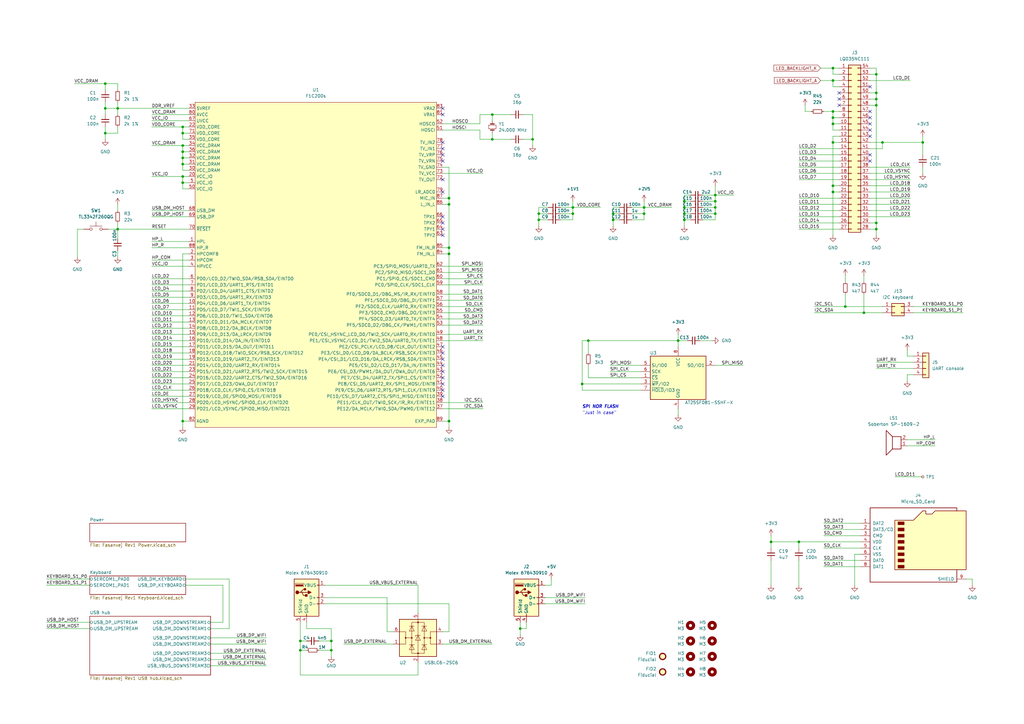
<source format=kicad_sch>
(kicad_sch (version 20211123) (generator eeschema)
  (paper "A3")
  (title_block (title "Fasanvej") (date "22.2.2022") (rev "1") (company "RISRES Ristila Research") (comment 1 "A handheld Linux computer designed by") (comment 4 "System-on-Chip"))
  (junction (at 201.93 57.15))
  (junction (at 74.93 54.61))
  (junction (at 378.46 58.42))
  (junction (at 238.76 157.48))
  (junction (at 74.93 74.93))
  (junction (at 293.37 85.09))
  (junction (at 74.93 72.39))
  (junction (at 218.44 57.15))
  (junction (at 135.89 266.7))
  (junction (at 346.71 125.73))
  (junction (at 135.89 262.89))
  (junction (at 293.37 82.55))
  (junction (at 359.41 93.98))
  (junction (at 213.36 257.81))
  (junction (at 43.18 54.61))
  (junction (at 280.67 82.55))
  (junction (at 341.63 50.8))
  (junction (at 359.41 30.48))
  (junction (at 220.98 87.63))
  (junction (at 293.37 80.01))
  (junction (at 184.15 83.82))
  (junction (at 43.18 44.45))
  (junction (at 48.26 93.98))
  (junction (at 327.66 222.25))
  (junction (at 74.93 172.72))
  (junction (at 241.3 139.7))
  (junction (at 48.26 44.45))
  (junction (at 74.93 67.31))
  (junction (at 341.63 27.94))
  (junction (at 184.15 104.14))
  (junction (at 74.93 64.77))
  (junction (at 251.46 87.63))
  (junction (at 316.23 222.25))
  (junction (at 359.41 38.1))
  (junction (at 280.67 85.09))
  (junction (at 251.46 90.17))
  (junction (at 280.67 90.17))
  (junction (at 341.63 78.74))
  (junction (at 280.67 87.63))
  (junction (at 184.15 172.72))
  (junction (at 293.37 87.63))
  (junction (at 234.95 87.63))
  (junction (at 341.63 33.02))
  (junction (at 359.41 43.18))
  (junction (at 341.63 76.2))
  (junction (at 201.93 46.99))
  (junction (at 74.93 62.23))
  (junction (at 278.13 139.7))
  (junction (at 184.15 101.6))
  (junction (at 43.18 34.29))
  (junction (at 354.33 128.27))
  (junction (at 234.95 85.09))
  (junction (at 341.63 48.26))
  (junction (at 123.19 262.89))
  (junction (at 264.16 85.09))
  (junction (at 359.41 40.64))
  (junction (at 264.16 87.63))
  (junction (at 341.63 45.72))
  (junction (at 359.41 91.44))
  (junction (at 74.93 59.69))
  (junction (at 361.95 58.42))
  (junction (at 184.15 81.28))
  (junction (at 74.93 52.07))
  (junction (at 220.98 90.17))
  (junction (at 123.19 266.7))
  (junction (at 341.63 58.42))
  (no_connect (at 356.87 50.8))
  (no_connect (at 344.17 38.1))
  (no_connect (at 344.17 40.64))
  (no_connect (at 356.87 66.04))
  (no_connect (at 356.87 63.5))
  (no_connect (at 356.87 55.88))
  (no_connect (at 356.87 53.34))
  (no_connect (at 344.17 43.18))
  (no_connect (at 356.87 48.26))
  (no_connect (at 356.87 45.72))
  (no_connect (at 356.87 35.56))
  (no_connect (at 181.61 157.48))
  (no_connect (at 181.61 162.56))
  (no_connect (at 181.61 160.02))
  (no_connect (at 181.61 144.78))
  (no_connect (at 181.61 154.94))
  (no_connect (at 181.61 147.32))
  (no_connect (at 181.61 149.86))
  (no_connect (at 181.61 152.4))
  (no_connect (at 181.61 142.24))
  (no_connect (at 181.61 66.04))
  (no_connect (at 181.61 73.66))
  (no_connect (at 181.61 58.42))
  (no_connect (at 181.61 60.96))
  (no_connect (at 181.61 63.5))
  (no_connect (at 181.61 78.74))
  (no_connect (at 181.61 44.45))
  (no_connect (at 181.61 46.99))
  (no_connect (at 181.61 96.52))
  (no_connect (at 181.61 88.9))
  (no_connect (at 181.61 91.44))
  (no_connect (at 181.61 93.98))
  (wire (pts (xy 184.15 259.08) (xy 181.61 259.08)))
  (wire (pts (xy 223.52 245.11) (xy 240.03 245.11)))
  (wire (pts (xy 181.61 111.76) (xy 198.12 111.76)))
  (wire (pts (xy 213.36 257.81) (xy 213.36 260.35)))
  (wire (pts (xy 259.08 87.63) (xy 264.16 87.63)))
  (wire (pts (xy 288.29 85.09) (xy 293.37 85.09)))
  (wire (pts (xy 336.55 27.94) (xy 341.63 27.94)))
  (wire (pts (xy 337.82 45.72) (xy 341.63 45.72)))
  (wire (pts (xy 184.15 104.14) (xy 184.15 172.72)))
  (wire (pts (xy 238.76 157.48) (xy 238.76 160.02)))
  (wire (pts (xy 74.93 72.39) (xy 74.93 74.93)))
  (wire (pts (xy 354.33 128.27) (xy 361.95 128.27)))
  (wire (pts (xy 264.16 87.63) (xy 264.16 85.09)))
  (wire (pts (xy 62.23 142.24) (xy 77.47 142.24)))
  (wire (pts (xy 341.63 27.94) (xy 344.17 27.94)))
  (wire (pts (xy 280.67 85.09) (xy 283.21 85.09)))
  (wire (pts (xy 196.85 53.34) (xy 196.85 57.15)))
  (wire (pts (xy 214.63 46.99) (xy 218.44 46.99)))
  (wire (pts (xy 62.23 127) (xy 77.47 127)))
  (wire (pts (xy 19.05 255.27) (xy 36.83 255.27)))
  (wire (pts (xy 171.45 271.78) (xy 171.45 276.86)))
  (wire (pts (xy 181.61 167.64) (xy 198.12 167.64)))
  (wire (pts (xy 133.35 247.65) (xy 184.15 247.65)))
  (wire (pts (xy 359.41 151.13) (xy 374.65 151.13)))
  (wire (pts (xy 74.93 54.61) (xy 77.47 54.61)))
  (wire (pts (xy 288.29 82.55) (xy 293.37 82.55)))
  (wire (pts (xy 337.82 219.71) (xy 353.06 219.71)))
  (wire (pts (xy 62.23 101.6) (xy 77.47 101.6)))
  (wire (pts (xy 350.52 240.03) (xy 350.52 227.33)))
  (wire (pts (xy 374.65 128.27) (xy 394.97 128.27)))
  (wire (pts (xy 356.87 58.42) (xy 361.95 58.42)))
  (wire (pts (xy 341.63 27.94) (xy 341.63 30.48)))
  (wire (pts (xy 359.41 96.52) (xy 359.41 93.98)))
  (wire (pts (xy 327.66 229.87) (xy 327.66 240.03)))
  (wire (pts (xy 48.26 44.45) (xy 48.26 46.99)))
  (wire (pts (xy 356.87 60.96) (xy 361.95 60.96)))
  (wire (pts (xy 341.63 50.8) (xy 344.17 50.8)))
  (wire (pts (xy 327.66 93.98) (xy 344.17 93.98)))
  (wire (pts (xy 62.23 52.07) (xy 74.93 52.07)))
  (wire (pts (xy 316.23 224.79) (xy 316.23 222.25)))
  (wire (pts (xy 74.93 52.07) (xy 74.93 54.61)))
  (wire (pts (xy 74.93 67.31) (xy 77.47 67.31)))
  (wire (pts (xy 48.26 93.98) (xy 77.47 93.98)))
  (wire (pts (xy 62.23 114.3) (xy 77.47 114.3)))
  (wire (pts (xy 77.47 57.15) (xy 74.93 57.15)))
  (wire (pts (xy 74.93 64.77) (xy 74.93 67.31)))
  (wire (pts (xy 74.93 64.77) (xy 77.47 64.77)))
  (wire (pts (xy 278.13 167.64) (xy 278.13 170.18)))
  (wire (pts (xy 184.15 101.6) (xy 184.15 104.14)))
  (wire (pts (xy 123.19 276.86) (xy 171.45 276.86)))
  (wire (pts (xy 133.35 240.03) (xy 171.45 240.03)))
  (wire (pts (xy 48.26 52.07) (xy 48.26 54.61)))
  (wire (pts (xy 327.66 63.5) (xy 344.17 63.5)))
  (wire (pts (xy 19.05 237.49) (xy 36.83 237.49)))
  (wire (pts (xy 280.67 82.55) (xy 280.67 85.09)))
  (wire (pts (xy 288.29 80.01) (xy 293.37 80.01)))
  (wire (pts (xy 341.63 96.52) (xy 341.63 78.74)))
  (wire (pts (xy 344.17 30.48) (xy 341.63 30.48)))
  (wire (pts (xy 359.41 40.64) (xy 359.41 38.1)))
  (wire (pts (xy 76.2 240.03) (xy 91.44 240.03)))
  (wire (pts (xy 74.93 59.69) (xy 77.47 59.69)))
  (wire (pts (xy 220.98 92.71) (xy 220.98 90.17)))
  (wire (pts (xy 130.81 262.89) (xy 135.89 262.89)))
  (wire (pts (xy 346.71 113.03) (xy 346.71 115.57)))
  (wire (pts (xy 287.02 139.7) (xy 292.1 139.7)))
  (wire (pts (xy 201.93 46.99) (xy 201.93 49.53)))
  (wire (pts (xy 125.73 257.81) (xy 135.89 257.81)))
  (wire (pts (xy 341.63 48.26) (xy 344.17 48.26)))
  (wire (pts (xy 337.82 217.17) (xy 353.06 217.17)))
  (wire (pts (xy 48.26 44.45) (xy 77.47 44.45)))
  (wire (pts (xy 341.63 33.02) (xy 344.17 33.02)))
  (wire (pts (xy 288.29 90.17) (xy 293.37 90.17)))
  (wire (pts (xy 356.87 38.1) (xy 359.41 38.1)))
  (wire (pts (xy 43.18 41.91) (xy 43.18 44.45)))
  (wire (pts (xy 327.66 86.36) (xy 344.17 86.36)))
  (wire (pts (xy 344.17 35.56) (xy 341.63 35.56)))
  (wire (pts (xy 181.61 104.14) (xy 184.15 104.14)))
  (wire (pts (xy 181.61 83.82) (xy 184.15 83.82)))
  (wire (pts (xy 74.93 74.93) (xy 74.93 77.47)))
  (wire (pts (xy 316.23 229.87) (xy 316.23 240.03)))
  (wire (pts (xy 171.45 240.03) (xy 171.45 251.46)))
  (wire (pts (xy 361.95 58.42) (xy 378.46 58.42)))
  (wire (pts (xy 43.18 44.45) (xy 43.18 46.99)))
  (wire (pts (xy 184.15 68.58) (xy 184.15 81.28)))
  (wire (pts (xy 77.47 104.14) (xy 74.93 104.14)))
  (wire (pts (xy 91.44 240.03) (xy 91.44 255.27)))
  (wire (pts (xy 215.9 255.27) (xy 215.9 257.81)))
  (wire (pts (xy 293.37 80.01) (xy 300.99 80.01)))
  (wire (pts (xy 48.26 91.44) (xy 48.26 93.98)))
  (wire (pts (xy 327.66 222.25) (xy 353.06 222.25)))
  (wire (pts (xy 341.63 45.72) (xy 344.17 45.72)))
  (wire (pts (xy 378.46 58.42) (xy 378.46 63.5)))
  (wire (pts (xy 341.63 78.74) (xy 344.17 78.74)))
  (wire (pts (xy 359.41 30.48) (xy 356.87 30.48)))
  (wire (pts (xy 181.61 114.3) (xy 198.12 114.3)))
  (wire (pts (xy 378.46 68.58) (xy 378.46 71.12)))
  (wire (pts (xy 327.66 71.12) (xy 344.17 71.12)))
  (wire (pts (xy 280.67 87.63) (xy 283.21 87.63)))
  (wire (pts (xy 356.87 27.94) (xy 359.41 27.94)))
  (wire (pts (xy 43.18 54.61) (xy 43.18 52.07)))
  (wire (pts (xy 337.82 229.87) (xy 353.06 229.87)))
  (wire (pts (xy 293.37 90.17) (xy 293.37 87.63)))
  (wire (pts (xy 356.87 33.02) (xy 373.38 33.02)))
  (wire (pts (xy 181.61 123.19) (xy 198.12 123.19)))
  (wire (pts (xy 181.61 109.22) (xy 198.12 109.22)))
  (wire (pts (xy 278.13 139.7) (xy 278.13 137.16)))
  (wire (pts (xy 280.67 87.63) (xy 280.67 85.09)))
  (wire (pts (xy 48.26 44.45) (xy 43.18 44.45)))
  (wire (pts (xy 241.3 139.7) (xy 278.13 139.7)))
  (wire (pts (xy 220.98 90.17) (xy 224.79 90.17)))
  (wire (pts (xy 43.18 34.29) (xy 48.26 34.29)))
  (wire (pts (xy 354.33 120.65) (xy 354.33 128.27)))
  (wire (pts (xy 396.24 237.49) (xy 398.78 237.49)))
  (wire (pts (xy 356.87 40.64) (xy 359.41 40.64)))
  (wire (pts (xy 196.85 50.8) (xy 196.85 46.99)))
  (wire (pts (xy 238.76 139.7) (xy 238.76 157.48)))
  (wire (pts (xy 251.46 92.71) (xy 251.46 90.17)))
  (wire (pts (xy 356.87 91.44) (xy 359.41 91.44)))
  (wire (pts (xy 327.66 224.79) (xy 327.66 222.25)))
  (wire (pts (xy 125.73 266.7) (xy 123.19 266.7)))
  (wire (pts (xy 356.87 43.18) (xy 359.41 43.18)))
  (wire (pts (xy 327.66 60.96) (xy 344.17 60.96)))
  (wire (pts (xy 234.95 85.09) (xy 234.95 87.63)))
  (wire (pts (xy 262.89 160.02) (xy 238.76 160.02)))
  (wire (pts (xy 241.3 149.86) (xy 241.3 154.94)))
  (wire (pts (xy 341.63 78.74) (xy 341.63 76.2)))
  (wire (pts (xy 181.61 165.1) (xy 198.12 165.1)))
  (wire (pts (xy 254 85.09) (xy 251.46 85.09)))
  (wire (pts (xy 214.63 57.15) (xy 218.44 57.15)))
  (wire (pts (xy 341.63 50.8) (xy 341.63 53.34)))
  (wire (pts (xy 74.93 175.26) (xy 74.93 172.72)))
  (wire (pts (xy 220.98 87.63) (xy 224.79 87.63)))
  (wire (pts (xy 337.82 232.41) (xy 353.06 232.41)))
  (wire (pts (xy 367.03 195.58) (xy 378.46 195.58)))
  (wire (pts (xy 181.61 128.27) (xy 198.12 128.27)))
  (wire (pts (xy 259.08 85.09) (xy 264.16 85.09)))
  (wire (pts (xy 181.61 50.8) (xy 196.85 50.8)))
  (wire (pts (xy 372.11 156.21) (xy 372.11 153.67)))
  (wire (pts (xy 280.67 90.17) (xy 283.21 90.17)))
  (wire (pts (xy 341.63 48.26) (xy 341.63 50.8)))
  (wire (pts (xy 372.11 153.67) (xy 374.65 153.67)))
  (wire (pts (xy 332.74 45.72) (xy 330.2 45.72)))
  (wire (pts (xy 86.36 261.62) (xy 109.22 261.62)))
  (wire (pts (xy 359.41 148.59) (xy 374.65 148.59)))
  (wire (pts (xy 184.15 247.65) (xy 184.15 259.08)))
  (wire (pts (xy 378.46 55.88) (xy 378.46 58.42)))
  (wire (pts (xy 181.61 172.72) (xy 184.15 172.72)))
  (wire (pts (xy 181.61 264.16) (xy 201.93 264.16)))
  (wire (pts (xy 283.21 80.01) (xy 280.67 80.01)))
  (wire (pts (xy 234.95 82.55) (xy 234.95 85.09)))
  (wire (pts (xy 327.66 68.58) (xy 344.17 68.58)))
  (wire (pts (xy 86.36 273.05) (xy 109.22 273.05)))
  (wire (pts (xy 280.67 90.17) (xy 280.67 87.63)))
  (wire (pts (xy 181.61 53.34) (xy 196.85 53.34)))
  (wire (pts (xy 181.61 130.81) (xy 198.12 130.81)))
  (wire (pts (xy 280.67 92.71) (xy 280.67 90.17)))
  (wire (pts (xy 356.87 83.82) (xy 373.38 83.82)))
  (wire (pts (xy 330.2 45.72) (xy 330.2 43.18)))
  (wire (pts (xy 218.44 57.15) (xy 218.44 59.69)))
  (wire (pts (xy 336.55 33.02) (xy 341.63 33.02)))
  (wire (pts (xy 220.98 85.09) (xy 220.98 87.63)))
  (wire (pts (xy 44.45 93.98) (xy 48.26 93.98)))
  (wire (pts (xy 19.05 240.03) (xy 36.83 240.03)))
  (wire (pts (xy 264.16 85.09) (xy 275.59 85.09)))
  (wire (pts (xy 62.23 162.56) (xy 77.47 162.56)))
  (wire (pts (xy 293.37 85.09) (xy 293.37 82.55)))
  (wire (pts (xy 181.61 68.58) (xy 184.15 68.58)))
  (wire (pts (xy 201.93 46.99) (xy 209.55 46.99)))
  (wire (pts (xy 181.61 120.65) (xy 198.12 120.65)))
  (wire (pts (xy 86.36 270.51) (xy 109.22 270.51)))
  (wire (pts (xy 372.11 182.88) (xy 383.54 182.88)))
  (wire (pts (xy 316.23 222.25) (xy 327.66 222.25)))
  (wire (pts (xy 280.67 80.01) (xy 280.67 82.55)))
  (wire (pts (xy 123.19 262.89) (xy 125.73 262.89)))
  (wire (pts (xy 62.23 99.06) (xy 77.47 99.06)))
  (wire (pts (xy 359.41 93.98) (xy 359.41 91.44)))
  (wire (pts (xy 196.85 46.99) (xy 201.93 46.99)))
  (wire (pts (xy 234.95 85.09) (xy 246.38 85.09)))
  (wire (pts (xy 62.23 72.39) (xy 74.93 72.39)))
  (wire (pts (xy 226.06 240.03) (xy 226.06 237.49)))
  (wire (pts (xy 62.23 46.99) (xy 77.47 46.99)))
  (wire (pts (xy 62.23 134.62) (xy 77.47 134.62)))
  (wire (pts (xy 62.23 49.53) (xy 77.47 49.53)))
  (wire (pts (xy 327.66 88.9) (xy 344.17 88.9)))
  (wire (pts (xy 62.23 116.84) (xy 77.47 116.84)))
  (wire (pts (xy 327.66 81.28) (xy 344.17 81.28)))
  (wire (pts (xy 62.23 165.1) (xy 77.47 165.1)))
  (wire (pts (xy 259.08 90.17) (xy 264.16 90.17)))
  (wire (pts (xy 125.73 255.27) (xy 125.73 257.81)))
  (wire (pts (xy 158.75 259.08) (xy 161.29 259.08)))
  (wire (pts (xy 74.93 52.07) (xy 77.47 52.07)))
  (wire (pts (xy 374.65 125.73) (xy 394.97 125.73)))
  (wire (pts (xy 356.87 71.12) (xy 373.38 71.12)))
  (wire (pts (xy 281.94 139.7) (xy 278.13 139.7)))
  (wire (pts (xy 48.26 54.61) (xy 43.18 54.61)))
  (wire (pts (xy 62.23 167.64) (xy 77.47 167.64)))
  (wire (pts (xy 341.63 45.72) (xy 341.63 48.26)))
  (wire (pts (xy 341.63 58.42) (xy 341.63 55.88)))
  (wire (pts (xy 293.37 87.63) (xy 293.37 85.09)))
  (wire (pts (xy 62.23 132.08) (xy 77.47 132.08)))
  (wire (pts (xy 341.63 33.02) (xy 341.63 35.56)))
  (wire (pts (xy 196.85 57.15) (xy 201.93 57.15)))
  (wire (pts (xy 181.61 116.84) (xy 198.12 116.84)))
  (wire (pts (xy 251.46 90.17) (xy 254 90.17)))
  (wire (pts (xy 62.23 121.92) (xy 77.47 121.92)))
  (wire (pts (xy 250.19 149.86) (xy 262.89 149.86)))
  (wire (pts (xy 181.61 71.12) (xy 198.12 71.12)))
  (wire (pts (xy 213.36 255.27) (xy 213.36 257.81)))
  (wire (pts (xy 361.95 58.42) (xy 361.95 60.96)))
  (wire (pts (xy 201.93 57.15) (xy 201.93 54.61)))
  (wire (pts (xy 74.93 62.23) (xy 77.47 62.23)))
  (wire (pts (xy 62.23 137.16) (xy 77.47 137.16)))
  (wire (pts (xy 354.33 113.03) (xy 354.33 115.57)))
  (wire (pts (xy 30.48 34.29) (xy 43.18 34.29)))
  (wire (pts (xy 93.98 237.49) (xy 93.98 257.81)))
  (wire (pts (xy 264.16 82.55) (xy 264.16 85.09)))
  (wire (pts (xy 62.23 152.4) (xy 77.47 152.4)))
  (wire (pts (xy 356.87 76.2) (xy 373.38 76.2)))
  (wire (pts (xy 223.52 240.03) (xy 226.06 240.03)))
  (wire (pts (xy 346.71 125.73) (xy 361.95 125.73)))
  (wire (pts (xy 356.87 78.74) (xy 373.38 78.74)))
  (wire (pts (xy 74.93 67.31) (xy 74.93 69.85)))
  (wire (pts (xy 181.61 81.28) (xy 184.15 81.28)))
  (wire (pts (xy 337.82 224.79) (xy 353.06 224.79)))
  (wire (pts (xy 251.46 85.09) (xy 251.46 87.63)))
  (wire (pts (xy 74.93 59.69) (xy 74.93 62.23)))
  (wire (pts (xy 341.63 76.2) (xy 344.17 76.2)))
  (wire (pts (xy 238.76 139.7) (xy 241.3 139.7)))
  (wire (pts (xy 356.87 93.98) (xy 359.41 93.98)))
  (wire (pts (xy 359.41 43.18) (xy 359.41 40.64)))
  (wire (pts (xy 123.19 262.89) (xy 123.19 266.7)))
  (wire (pts (xy 62.23 154.94) (xy 77.47 154.94)))
  (wire (pts (xy 356.87 88.9) (xy 373.38 88.9)))
  (wire (pts (xy 91.44 255.27) (xy 86.36 255.27)))
  (wire (pts (xy 220.98 87.63) (xy 220.98 90.17)))
  (wire (pts (xy 229.87 87.63) (xy 234.95 87.63)))
  (wire (pts (xy 48.26 83.82) (xy 48.26 86.36)))
  (wire (pts (xy 48.26 34.29) (xy 48.26 36.83)))
  (wire (pts (xy 356.87 81.28) (xy 373.38 81.28)))
  (wire (pts (xy 62.23 160.02) (xy 77.47 160.02)))
  (wire (pts (xy 62.23 119.38) (xy 77.47 119.38)))
  (wire (pts (xy 48.26 102.87) (xy 48.26 105.41)))
  (wire (pts (xy 327.66 66.04) (xy 344.17 66.04)))
  (wire (pts (xy 359.41 27.94) (xy 359.41 30.48)))
  (wire (pts (xy 356.87 86.36) (xy 373.38 86.36)))
  (wire (pts (xy 62.23 59.69) (xy 74.93 59.69)))
  (wire (pts (xy 341.63 58.42) (xy 344.17 58.42)))
  (wire (pts (xy 359.41 91.44) (xy 359.41 43.18)))
  (wire (pts (xy 62.23 149.86) (xy 77.47 149.86)))
  (wire (pts (xy 264.16 90.17) (xy 264.16 87.63)))
  (wire (pts (xy 135.89 262.89) (xy 135.89 266.7)))
  (wire (pts (xy 62.23 109.22) (xy 77.47 109.22)))
  (wire (pts (xy 398.78 237.49) (xy 398.78 240.03)))
  (wire (pts (xy 288.29 87.63) (xy 293.37 87.63)))
  (wire (pts (xy 74.93 172.72) (xy 77.47 172.72)))
  (wire (pts (xy 62.23 147.32) (xy 77.47 147.32)))
  (wire (pts (xy 254 87.63) (xy 251.46 87.63)))
  (wire (pts (xy 93.98 257.81) (xy 86.36 257.81)))
  (wire (pts (xy 48.26 93.98) (xy 48.26 97.79)))
  (wire (pts (xy 241.3 139.7) (xy 241.3 144.78)))
  (wire (pts (xy 223.52 247.65) (xy 240.03 247.65)))
  (wire (pts (xy 181.61 137.16) (xy 198.12 137.16)))
  (wire (pts (xy 135.89 266.7) (xy 135.89 269.24)))
  (wire (pts (xy 327.66 83.82) (xy 344.17 83.82)))
  (wire (pts (xy 350.52 227.33) (xy 353.06 227.33)))
  (wire (pts (xy 123.19 255.27) (xy 123.19 262.89)))
  (wire (pts (xy 293.37 149.86) (xy 304.8 149.86)))
  (wire (pts (xy 62.23 139.7) (xy 77.47 139.7)))
  (wire (pts (xy 43.18 54.61) (xy 43.18 57.15)))
  (wire (pts (xy 184.15 81.28) (xy 184.15 83.82)))
  (wire (pts (xy 74.93 62.23) (xy 74.93 64.77)))
  (wire (pts (xy 356.87 73.66) (xy 373.38 73.66)))
  (wire (pts (xy 62.23 124.46) (xy 77.47 124.46)))
  (wire (pts (xy 201.93 57.15) (xy 209.55 57.15)))
  (wire (pts (xy 213.36 257.81) (xy 215.9 257.81)))
  (wire (pts (xy 31.75 93.98) (xy 34.29 93.98)))
  (wire (pts (xy 62.23 86.36) (xy 77.47 86.36)))
  (wire (pts (xy 241.3 154.94) (xy 262.89 154.94)))
  (wire (pts (xy 372.11 180.34) (xy 383.54 180.34)))
  (wire (pts (xy 234.95 87.63) (xy 234.95 90.17)))
  (wire (pts (xy 74.93 54.61) (xy 74.93 57.15)))
  (wire (pts (xy 77.47 77.47) (xy 74.93 77.47)))
  (wire (pts (xy 251.46 87.63) (xy 251.46 90.17)))
  (wire (pts (xy 278.13 139.7) (xy 278.13 142.24)))
  (wire (pts (xy 181.61 101.6) (xy 184.15 101.6)))
  (wire (pts (xy 346.71 120.65) (xy 346.71 125.73)))
  (wire (pts (xy 86.36 264.16) (xy 109.22 264.16)))
  (wire (pts (xy 62.23 144.78) (xy 77.47 144.78)))
  (wire (pts (xy 31.75 93.98) (xy 31.75 105.41)))
  (wire (pts (xy 133.35 245.11) (xy 158.75 245.11)))
  (wire (pts (xy 250.19 152.4) (xy 262.89 152.4)))
  (wire (pts (xy 86.36 267.97) (xy 109.22 267.97)))
  (wire (pts (xy 341.63 76.2) (xy 341.63 58.42)))
  (wire (pts (xy 316.23 219.71) (xy 316.23 222.25)))
  (wire (pts (xy 123.19 266.7) (xy 123.19 276.86)))
  (wire (pts (xy 74.93 74.93) (xy 77.47 74.93)))
  (wire (pts (xy 293.37 82.55) (xy 293.37 80.01)))
  (wire (pts (xy 334.01 125.73) (xy 346.71 125.73)))
  (wire (pts (xy 334.01 128.27) (xy 354.33 128.27)))
  (wire (pts (xy 43.18 36.83) (xy 43.18 34.29)))
  (wire (pts (xy 19.05 257.81) (xy 36.83 257.81)))
  (wire (pts (xy 356.87 68.58) (xy 373.38 68.58)))
  (wire (pts (xy 62.23 157.48) (xy 77.47 157.48)))
  (wire (pts (xy 135.89 257.81) (xy 135.89 262.89)))
  (wire (pts (xy 181.61 125.73) (xy 198.12 125.73)))
  (wire (pts (xy 283.21 82.55) (xy 280.67 82.55)))
  (wire (pts (xy 74.93 104.14) (xy 74.93 172.72)))
  (wire (pts (xy 181.61 133.35) (xy 198.12 133.35)))
  (wire (pts (xy 140.97 264.16) (xy 161.29 264.16)))
  (wire (pts (xy 293.37 76.2) (xy 293.37 80.01)))
  (wire (pts (xy 229.87 85.09) (xy 234.95 85.09)))
  (wire (pts (xy 327.66 73.66) (xy 344.17 73.66)))
  (wire (pts (xy 135.89 266.7) (xy 130.81 266.7)))
  (wire (pts (xy 359.41 38.1) (xy 359.41 30.48)))
  (wire (pts (xy 77.47 69.85) (xy 74.93 69.85)))
  (wire (pts (xy 229.87 90.17) (xy 234.95 90.17)))
  (wire (pts (xy 62.23 129.54) (xy 77.47 129.54)))
  (wire (pts (xy 238.76 157.48) (xy 262.89 157.48)))
  (wire (pts (xy 344.17 53.34) (xy 341.63 53.34)))
  (wire (pts (xy 220.98 85.09) (xy 224.79 85.09)))
  (wire (pts (xy 62.23 88.9) (xy 77.47 88.9)))
  (wire (pts (xy 218.44 46.99) (xy 218.44 57.15)))
  (wire (pts (xy 184.15 172.72) (xy 184.15 175.26)))
  (wire (pts (xy 327.66 91.44) (xy 344.17 91.44)))
  (wire (pts (xy 158.75 245.11) (xy 158.75 259.08)))
  (wire (pts (xy 48.26 41.91) (xy 48.26 44.45)))
  (wire (pts (xy 181.61 139.7) (xy 198.12 139.7)))
  (wire (pts (xy 74.93 72.39) (xy 77.47 72.39)))
  (wire (pts (xy 341.63 55.88) (xy 344.17 55.88)))
  (wire (pts (xy 337.82 214.63) (xy 353.06 214.63)))
  (wire (pts (xy 372.11 143.51) (xy 372.11 146.05)))
  (wire (pts (xy 62.23 106.68) (xy 77.47 106.68)))
  (wire (pts (xy 372.11 146.05) (xy 374.65 146.05)))
  (wire (pts (xy 184.15 83.82) (xy 184.15 101.6)))
  (wire (pts (xy 76.2 237.49) (xy 93.98 237.49)))
  (text "SPI NOR FLASH" (at 238.76 167.64 0) (effects (font (size 1.27 1.27) (thickness 0.254) bold italic) (justify left bottom)))
  (text "\"Just in case\"" (at 238.76 170.18 0) (effects (font (size 1.27 1.27) italic) (justify left bottom)))
  (label "SPI_CS" (at 250.19 154.94 0))
  (label "LCD_D23" (at 62.23 157.48 0))
  (label "I2C_SCL" (at 334.01 125.73 0))
  (label "UART_TX" (at 198.12 139.7 180))
  (label "HOSCO" (at 185.42 50.8 0))
  (label "LCD_D22" (at 373.38 86.36 180))
  (label "SD_DAT2" (at 198.12 133.35 180))
  (label "LCD_HSYNC" (at 62.23 165.1 0))
  (label "USB_DM_WIFI" (at 240.03 247.65 180))
  (label "USB_DP_HOST" (at 62.23 88.9 0))
  (label "LCD_D13" (at 327.66 88.9 0))
  (label "LCD_D10" (at 62.23 129.54 0))
  (label "VCC_IO" (at 62.23 109.22 0))
  (label "LCD_D22" (at 62.23 154.94 0))
  (label "UART_RX" (at 359.41 148.59 0))
  (label "DDR_VREF" (at 62.23 44.45 0))
  (label "LCD_D3" (at 62.23 116.84 0))
  (label "LCD_D12" (at 62.23 134.62 0))
  (label "LCD_D2" (at 327.66 60.96 0))
  (label "USB_DP_EXTERNAL" (at 140.97 264.16 0))
  (label "KEYBOARD_S1_P1" (at 19.05 240.03 0))
  (label "LCD_D18" (at 373.38 76.2 180))
  (label "LCD_D10" (at 327.66 81.28 0))
  (label "LCD_D13" (at 62.23 137.16 0))
  (label "VCC_DRAM" (at 62.23 46.99 0))
  (label "I2C_SCL" (at 198.12 165.1 180))
  (label "USB_VBUS_EXTERNAL" (at 109.22 273.05 180))
  (label "SPI_MOSI" (at 250.19 149.86 0))
  (label "LCD_D6" (at 327.66 71.12 0))
  (label "VCC_IO" (at 62.23 49.53 0))
  (label "SPI_MISO" (at 198.12 111.76 180))
  (label "SD_CMD" (at 337.82 219.71 0))
  (label "LCD_D4" (at 62.23 119.38 0))
  (label "LCD_DE" (at 373.38 33.02 180))
  (label "USB_DM_WIFI" (at 109.22 264.16 180))
  (label "LCD_VSYNC" (at 62.23 167.64 0))
  (label "LCD_DE" (at 62.23 162.56 0))
  (label "SD_DAT0" (at 198.12 123.19 180))
  (label "USB_DP_WIFI" (at 109.22 261.62 180))
  (label "VCC_IO" (at 300.99 80.01 180))
  (label "LCD_D21" (at 62.23 152.4 0))
  (label "USB_DP_EXTERNAL" (at 109.22 267.97 180))
  (label "I2C_SDA" (at 198.12 167.64 180))
  (label "LCD_D14" (at 327.66 91.44 0))
  (label "LCD_D5" (at 327.66 68.58 0))
  (label "SD_CLK" (at 198.12 125.73 180))
  (label "USB_DP_HOST" (at 19.05 255.27 0))
  (label "VCC_DRAM" (at 30.48 34.29 0))
  (label "SPI_MOSI" (at 198.12 109.22 180))
  (label "RESET" (at 62.23 93.98 0))
  (label "I2C_SDA" (at 334.01 128.27 0))
  (label "HP_COM" (at 62.23 106.68 0))
  (label "SD_CLK" (at 337.82 224.79 0))
  (label "KEYBOARD_S1_P0" (at 19.05 237.49 0))
  (label "SD_DAT2" (at 337.82 214.63 0))
  (label "LCD_D20" (at 373.38 81.28 180))
  (label "LCD_D11" (at 367.03 195.58 0))
  (label "USB_DM_HOST" (at 19.05 257.81 0))
  (label "SPI_CLK" (at 250.19 152.4 0))
  (label "VDD_CORE" (at 246.38 85.09 180))
  (label "SPI_CS" (at 198.12 114.3 180))
  (label "LCD_D5" (at 62.23 121.92 0))
  (label "USB_VBUS_EXTERNAL" (at 171.45 240.03 180))
  (label "LCD_D11" (at 62.23 132.08 0))
  (label "LCD_D15" (at 327.66 93.98 0))
  (label "HP_L" (at 62.23 99.06 0))
  (label "LCD_D11" (at 327.66 83.82 0))
  (label "USB_DM_EXTERNAL" (at 109.22 270.51 180))
  (label "LCD_D7" (at 62.23 127 0))
  (label "VCC_DRAM" (at 62.23 59.69 0))
  (label "LCD_D7" (at 327.66 73.66 0))
  (label "LCD_HSYNC" (at 373.38 73.66 180))
  (label "LCD_D14" (at 62.23 139.7 0))
  (label "VCC_DRAM" (at 275.59 85.09 180))
  (label "HOSCI" (at 185.42 53.34 0))
  (label "SPI_MISO" (at 304.8 149.86 180))
  (label "VDD_CORE" (at 62.23 52.07 0))
  (label "LCD_D4" (at 327.66 66.04 0))
  (label "USB_DM_EXTERNAL" (at 201.93 264.16 180))
  (label "LCD_D20" (at 62.23 149.86 0))
  (label "USB_DM_HOST" (at 62.23 86.36 0))
  (label "LCD_D18" (at 62.23 144.78 0))
  (label "SD_DAT1" (at 337.82 232.41 0))
  (label "LCD_D12" (at 327.66 86.36 0))
  (label "SD_DAT1" (at 198.12 120.65 180))
  (label "VCC_IO" (at 62.23 72.39 0))
  (label "LCD_D6" (at 62.23 124.46 0))
  (label "USB_DP_WIFI" (at 240.03 245.11 180))
  (label "KEYBOARD_S1_P0" (at 394.97 125.73 180))
  (label "LCD_D3" (at 327.66 63.5 0))
  (label "SPI_CLK" (at 198.12 116.84 180))
  (label "HP_R" (at 62.23 101.6 0))
  (label "LCD_D19" (at 62.23 147.32 0))
  (label "SD_DAT3" (at 198.12 130.81 180))
  (label "LCD_D23" (at 373.38 88.9 180))
  (label "SD_CMD" (at 198.12 128.27 180))
  (label "SD_DAT0" (at 337.82 229.87 0))
  (label "HP_L" (at 383.54 180.34 180))
  (label "LCD_D15" (at 62.23 142.24 0))
  (label "LCD_D21" (at 373.38 83.82 180))
  (label "UART_TX" (at 359.41 151.13 0))
  (label "SD_DAT3" (at 337.82 217.17 0))
  (label "LCD_CLK" (at 373.38 68.58 180))
  (label "LCD_D2" (at 62.23 114.3 0))
  (label "LCD_VSYNC" (at 373.38 71.12 180))
  (label "LCD_CLK" (at 62.23 160.02 0))
  (label "VCC_IO" (at 198.12 71.12 180))
  (label "LCD_D19" (at 373.38 78.74 180))
  (label "KEYBOARD_S1_P1" (at 394.97 128.27 180))
  (label "UART_RX" (at 198.12 137.16 180))
  (label "HP_COM" (at 383.54 182.88 180))
  (global_label "LED_BACKLIGHT_K" (shape input) (at 336.55 27.94 180) (property "Intersheet References" "${INTERSHEET_REFS}" (effects hide)))
  (global_label "LED_BACKLIGHT_A" (shape input) (at 336.55 33.02 180) (property "Intersheet References" "${INTERSHEET_REFS}" (effects hide)))
  (symbol (lib_id "power:+3V3") (at 372.11 143.51 0) (unit 1)
    (property "Reference" "#PWR025" (effects hide))
    (property "Value" "+3V3" (at 372.11 138.43 0))
  )
  (symbol (lib_id "power:GND") (at 31.75 105.41 0) (unit 1)
    (property "Reference" "#PWR01" (effects hide))
    (property "Value" "GND" (at 31.75 110.49 0))
  )
  (symbol (lib_id "Connector_Generic:Conn_01x04") (at 379.73 148.59 0) (unit 1)
    (property "Reference" "J5" (at 382.27 148.5899 0) (effects (justify left)))
    (property "Value" "UART console" (at 382.27 151.1299 0) (effects (justify left)))
    (property "Footprint" "Connector_PinHeader_2.54mm:PinHeader_1x04_P2.54mm_Vertical" (effects hide))
  )
  (symbol (lib_id "Connector:USB_A") (at 215.9 245.11 0) (unit 1)
    (property "Reference" "J2" (at 215.9 232.41 0))
    (property "Value" "Molex 676430910" (at 215.9 234.95 0))
    (property "Footprint" "RISRES Library:USB_A_Molex_67643_Horizontal" (effects hide))
    (property "Datasheet" " ~" (effects hide))
  )
  (symbol (lib_id "Connector:Micro_SD_Card") (at 375.92 222.25 0) (unit 1)
    (property "Reference" "J4" (at 376.555 203.2 0))
    (property "Value" "Micro_SD_Card" (at 376.555 205.74 0))
    (property "Footprint" "Connector_Card:microSD_HC_Hirose_DM3D-SF" (effects hide))
    (property "Datasheet" "http://katalog.we-online.de/em/datasheet/693072010801.pdf" (effects hide))
  )
  (symbol (lib_id "Connector:TestPoint_Small") (at 378.46 195.58 0) (unit 1)
    (property "Reference" "TP1" (at 379.73 195.5799 0) (effects (justify left)))
    (property "Value" "TestPoint_Small" (effects hide))
    (property "Footprint" "TestPoint:TestPoint_Pad_D2.5mm" (effects hide))
  )
  (symbol (lib_id "RISRES Library:F1C200s") (at 129.54 104.14 0) (unit 1)
    (property "Reference" "U1" (at 129.54 36.83 0))
    (property "Value" "F1C200s" (at 129.54 39.37 0))
    (property "Footprint" "RISRES Library:QFN-88_EP_10x10_Pitch0.4mm" (effects hide))
    (property "Datasheet" "https://www.thirtythreeforty.net/posts/2020/02/trying-the-allwinner-f1c200s/Allwinner_F1C200s_Datasheet_V1.1.pdf" (effects hide))
  )
  (symbol (lib_id "Mechanical:MountingHole") (at 292.1 262.89 0) (mirror x) (unit 1) (in_bom no)
    (property "Reference" "H6" (at 289.56 261.6199 0) (effects (justify right)))
    (property "Value" "M3" (at 289.56 264.1599 0) (effects (justify right)))
    (property "Footprint" "MountingHole:MountingHole_3.2mm_M3" (effects hide))
  )
  (symbol (lib_id "power:+5V") (at 226.06 237.49 0) (unit 1)
    (property "Reference" "#PWR011" (effects hide))
    (property "Value" "+5V" (at 226.06 232.41 0))
  )
  (symbol (lib_id "power:+3V3") (at 378.46 55.88 0) (unit 1)
    (property "Reference" "#PWR031" (effects hide))
    (property "Value" "+3V3" (at 378.46 50.8 0))
  )
  (symbol (lib_id "Device:C_Small") (at 285.75 82.55 90) (unit 1)
    (property "Reference" "C15" (at 281.94 81.28 90))
    (property "Value" "100n" (at 289.56 81.28 90))
    (property "Footprint" "Capacitor_SMD:C_0603_1608Metric_Pad1.08x0.95mm_HandSolder" (effects hide))
  )
  (symbol (lib_id "power:GND") (at 341.63 96.52 0) (unit 1)
    (property "Reference" "#PWR027" (effects hide))
    (property "Value" "GND" (at 341.63 101.6 0))
  )
  (symbol (lib_id "power:GND") (at 213.36 260.35 0) (unit 1)
    (property "Reference" "#PWR08" (effects hide))
    (property "Value" "GND" (at 213.36 264.16 0))
  )
  (symbol (lib_id "power:GND") (at 218.44 59.69 0) (unit 1)
    (property "Reference" "#PWR09" (effects hide))
    (property "Value" "GND" (at 218.44 64.77 0))
  )
  (symbol (lib_id "Mechanical:Fiducial") (at 271.78 275.59 0) (mirror x) (unit 1) (in_bom no)
    (property "Reference" "FID2" (at 269.24 274.3199 0) (effects (justify right)))
    (property "Value" "Fiducial" (at 269.24 276.8599 0) (effects (justify right)))
    (property "Footprint" "Fiducial:Fiducial_1.5mm_Mask3mm" (effects hide))
  )
  (symbol (lib_id "Device:C_Small") (at 316.23 227.33 180) (unit 1)
    (property "Reference" "C19" (at 321.31 226.06 0))
    (property "Value" "4u7" (at 321.31 228.6 0))
    (property "Footprint" "Capacitor_SMD:C_0805_2012Metric_Pad1.18x1.45mm_HandSolder" (effects hide))
  )
  (symbol (lib_id "power:GND") (at 43.18 57.15 0) (unit 1)
    (property "Reference" "#PWR02" (effects hide))
    (property "Value" "GND" (at 43.18 62.23 0))
  )
  (symbol (lib_id "power:+3V3") (at 48.26 83.82 0) (unit 1)
    (property "Reference" "#PWR03" (effects hide))
    (property "Value" "+3V3" (at 48.26 78.74 0))
  )
  (symbol (lib_id "Device:Speaker") (at 367.03 182.88 180) (unit 1)
    (property "Reference" "LS1" (at 366.522 171.45 0))
    (property "Value" "Soberton SP-1609-2" (at 366.522 173.99 0))
    (property "Footprint" "Connector_PinHeader_2.54mm:PinHeader_1x02_P2.54mm_Vertical" (effects hide))
    (property "Datasheet" "https://www.soberton.com/wp-content/uploads/2018/10/SP-1609-2.pdf" (effects hide))
  )
  (symbol (lib_id "Connector_Generic:Conn_02x27_Counter_Clockwise") (at 349.25 60.96 0) (unit 1)
    (property "Reference" "J3" (at 350.52 21.59 0))
    (property "Value" "LQ035NC111" (at 350.52 24.13 0))
    (property "Footprint" "RISRES Library:FFC2B22-54-T" (effects hide))
    (property "Datasheet" "http://aitendo3.sakura.ne.jp/aitendo_data/product_img/lcd/tft/AT035DL01/LQ035NC111.pdf" (effects hide))
  )
  (symbol (lib_id "power:GND") (at 372.11 156.21 0) (unit 1)
    (property "Reference" "#PWR026" (effects hide))
    (property "Value" "GND" (at 372.11 161.29 0))
  )
  (symbol (lib_id "Mechanical:Fiducial") (at 271.78 269.24 0) (mirror x) (unit 1) (in_bom no)
    (property "Reference" "FID1" (at 269.24 267.9699 0) (effects (justify right)))
    (property "Value" "Fiducial" (at 269.24 270.5099 0) (effects (justify right)))
    (property "Footprint" "Fiducial:Fiducial_1.5mm_Mask3mm" (effects hide))
  )
  (symbol (lib_id "power:GND") (at 135.89 269.24 0) (unit 1)
    (property "Reference" "#PWR06" (effects hide))
    (property "Value" "GND" (at 135.89 273.05 0))
  )
  (symbol (lib_id "Device:C_Small") (at 285.75 80.01 90) (unit 1)
    (property "Reference" "C14" (at 281.94 78.74 90))
    (property "Value" "2u2" (at 289.56 78.74 90))
    (property "Footprint" "Capacitor_SMD:C_0805_2012Metric_Pad1.18x1.45mm_HandSolder" (effects hide))
  )
  (symbol (lib_id "Device:Crystal_Small") (at 201.93 52.07 90) (unit 1)
    (property "Reference" "Y1" (at 204.47 50.7999 90) (effects (justify right)))
    (property "Value" "24.000 MHz" (at 204.47 53.3399 90) (effects (justify right)))
    (property "Footprint" "Crystal:Crystal_SMD_HC49-SD_HandSoldering" (effects hide))
  )
  (symbol (lib_id "Mechanical:MountingHole") (at 283.21 275.59 0) (mirror x) (unit 1) (in_bom no)
    (property "Reference" "H4" (at 280.67 274.3199 0) (effects (justify right)))
    (property "Value" "M3" (at 280.67 276.8599 0) (effects (justify right)))
    (property "Footprint" "MountingHole:MountingHole_3.2mm_M3" (effects hide))
  )
  (symbol (lib_id "Connector:USB_A") (at 125.73 245.11 0) (unit 1)
    (property "Reference" "J1" (at 125.73 232.41 0))
    (property "Value" "Molex 676430910" (at 125.73 234.95 0))
    (property "Footprint" "RISRES Library:USB_A_Molex_67643_Horizontal" (effects hide))
    (property "Datasheet" " ~" (effects hide))
  )
  (symbol (lib_id "power:+3V3") (at 278.13 137.16 0) (unit 1)
    (property "Reference" "#PWR015" (effects hide))
    (property "Value" "+3V3" (at 278.13 132.08 0))
  )
  (symbol (lib_id "Device:C_Small") (at 327.66 227.33 180) (unit 1)
    (property "Reference" "C20" (at 332.74 226.06 0))
    (property "Value" "100n" (at 332.74 228.6 0))
    (property "Footprint" "Capacitor_SMD:C_0603_1608Metric_Pad1.08x0.95mm_HandSolder" (effects hide))
  )
  (symbol (lib_id "power:GND") (at 359.41 96.52 0) (unit 1)
    (property "Reference" "#PWR029" (effects hide))
    (property "Value" "GND" (at 359.41 101.6 0))
  )
  (symbol (lib_id "Device:C_Small") (at 256.54 85.09 90) (unit 1)
    (property "Reference" "C10" (at 252.73 83.82 90))
    (property "Value" "100n" (at 260.35 83.82 90))
    (property "Footprint" "Capacitor_SMD:C_0603_1608Metric_Pad1.08x0.95mm_HandSolder" (effects hide))
  )
  (symbol (lib_id "Device:C_Small") (at 128.27 262.89 270) (unit 1)
    (property "Reference" "C4" (at 125.73 261.62 90))
    (property "Value" "4n5" (at 132.08 261.62 90))
    (property "Footprint" "Capacitor_SMD:C_0603_1608Metric_Pad1.08x0.95mm_HandSolder" (effects hide))
  )
  (symbol (lib_id "Device:C_Small") (at 48.26 100.33 180) (unit 1)
    (property "Reference" "C3" (at 46.99 104.14 90))
    (property "Value" "100n" (at 46.99 96.52 90))
    (property "Footprint" "Capacitor_SMD:C_0603_1608Metric_Pad1.08x0.95mm_HandSolder" (effects hide))
  )
  (symbol (lib_id "power:GND") (at 251.46 92.71 0) (unit 1)
    (property "Reference" "#PWR013" (effects hide))
    (property "Value" "GND" (at 251.46 97.79 0))
  )
  (symbol (lib_id "Switch:SW_Push") (at 39.37 93.98 0) (unit 1)
    (property "Reference" "SW1" (at 39.37 86.36 0))
    (property "Value" "TL3342F260QG" (at 39.37 88.9 0))
    (property "Footprint" "Button_Switch_SMD:SW_SPST_TL3342" (effects hide))
  )
  (symbol (lib_id "Mechanical:MountingHole") (at 292.1 256.54 0) (mirror x) (unit 1) (in_bom no)
    (property "Reference" "H5" (at 289.56 255.2699 0) (effects (justify right)))
    (property "Value" "M3" (at 289.56 257.8099 0) (effects (justify right)))
    (property "Footprint" "MountingHole:MountingHole_3.2mm_M3" (effects hide))
  )
  (symbol (lib_id "power:+3V3") (at 293.37 76.2 0) (unit 1)
    (property "Reference" "#PWR019" (effects hide))
    (property "Value" "+3V3" (at 293.37 71.12 0))
  )
  (symbol (lib_id "Device:C_Small") (at 43.18 39.37 180) (unit 1)
    (property "Reference" "C1" (at 38.1 38.1 0))
    (property "Value" "100n" (at 38.1 40.64 0))
    (property "Footprint" "Capacitor_SMD:C_0603_1608Metric_Pad1.08x0.95mm_HandSolder" (effects hide))
  )
  (symbol (lib_id "power:+3V3") (at 330.2 43.18 0) (unit 1)
    (property "Reference" "#PWR022" (effects hide))
    (property "Value" "+3V3" (at 330.2 38.1 0))
  )
  (symbol (lib_id "Device:C_Small") (at 256.54 87.63 90) (unit 1)
    (property "Reference" "C11" (at 252.73 86.36 90))
    (property "Value" "1u" (at 260.35 86.36 90))
    (property "Footprint" "Capacitor_SMD:C_0805_2012Metric_Pad1.18x1.45mm_HandSolder" (effects hide))
  )
  (symbol (lib_id "power:+1V1") (at 234.95 82.55 0) (unit 1)
    (property "Reference" "#PWR012" (effects hide))
    (property "Value" "+1V1" (at 234.95 77.47 0))
  )
  (symbol (lib_id "Device:C_Small") (at 227.33 87.63 90) (unit 1)
    (property "Reference" "C8" (at 223.52 86.36 90))
    (property "Value" "100n" (at 231.14 86.36 90))
    (property "Footprint" "Capacitor_SMD:C_0603_1608Metric_Pad1.08x0.95mm_HandSolder" (effects hide))
  )
  (symbol (lib_id "Device:C_Small") (at 378.46 66.04 180) (unit 1)
    (property "Reference" "C21" (at 383.54 64.77 0))
    (property "Value" "100n" (at 383.54 67.31 0))
    (property "Footprint" "Capacitor_SMD:C_0603_1608Metric_Pad1.08x0.95mm_HandSolder" (effects hide))
  )
  (symbol (lib_id "Mechanical:MountingHole") (at 292.1 269.24 0) (mirror x) (unit 1) (in_bom no)
    (property "Reference" "H7" (at 289.56 267.9699 0) (effects (justify right)))
    (property "Value" "M3" (at 289.56 270.5099 0) (effects (justify right)))
    (property "Footprint" "MountingHole:MountingHole_3.2mm_M3" (effects hide))
  )
  (symbol (lib_id "Memory_Flash:AT25SF081-SSHF-X") (at 278.13 154.94 0) (unit 1)
    (property "Reference" "U3" (at 267.97 144.78 0))
    (property "Value" "AT25SF081-SSHF-X" (at 290.83 165.1 0))
    (property "Footprint" "Package_SO:SOIC-8_3.9x4.9mm_P1.27mm" (effects hide))
    (property "Datasheet" "https://www.adestotech.com/wp-content/uploads/DS-AT25SF081_045.pdf" (effects hide))
  )
  (symbol (lib_id "Device:C_Small") (at 212.09 46.99 90) (unit 1)
    (property "Reference" "C5" (at 212.09 39.37 90))
    (property "Value" "16p" (at 212.09 41.91 90))
    (property "Footprint" "Capacitor_SMD:C_0603_1608Metric_Pad1.08x0.95mm_HandSolder" (effects hide))
  )
  (symbol (lib_id "Connector_Generic:Conn_02x02_Top_Bottom") (at 367.03 125.73 0) (unit 1)
    (property "Reference" "J13" (at 368.3 119.38 0))
    (property "Value" "I2C keyboard" (at 368.3 121.92 0))
    (property "Footprint" "Connector_PinHeader_2.54mm:PinHeader_2x02_P2.54mm_Vertical" (effects hide))
  )
  (symbol (lib_id "Device:R_Small") (at 48.26 39.37 0) (unit 1)
    (property "Reference" "R1" (at 50.8 38.0999 0) (effects (justify left)))
    (property "Value" "2k 1%" (at 50.8 40.6399 0) (effects (justify left)))
    (property "Footprint" "Resistor_SMD:R_0603_1608Metric_Pad0.98x0.95mm_HandSolder" (effects hide))
  )
  (symbol (lib_id "Device:C_Small") (at 256.54 90.17 90) (unit 1)
    (property "Reference" "C12" (at 252.73 88.9 90))
    (property "Value" "1u" (at 260.35 88.9 90))
    (property "Footprint" "Capacitor_SMD:C_0805_2012Metric_Pad1.18x1.45mm_HandSolder" (effects hide))
  )
  (symbol (lib_id "Device:R_Small") (at 346.71 118.11 0) (unit 1)
    (property "Reference" "R43" (at 349.25 116.8399 0) (effects (justify left)))
    (property "Value" "4k7" (at 349.25 119.3799 0) (effects (justify left)))
    (property "Footprint" "Resistor_SMD:R_0603_1608Metric_Pad0.98x0.95mm_HandSolder" (effects hide))
  )
  (symbol (lib_id "power:+3V3") (at 316.23 219.71 0) (unit 1)
    (property "Reference" "#PWR020" (effects hide))
    (property "Value" "+3V3" (at 316.23 214.63 0))
  )
  (symbol (lib_id "Device:C_Small") (at 284.48 139.7 90) (unit 1)
    (property "Reference" "C13" (at 280.67 138.43 90))
    (property "Value" "100n" (at 288.29 138.43 90))
    (property "Footprint" "Capacitor_SMD:C_0603_1608Metric_Pad1.08x0.95mm_HandSolder" (effects hide))
  )
  (symbol (lib_id "Device:C_Small") (at 212.09 57.15 90) (unit 1)
    (property "Reference" "C6" (at 212.09 60.96 90))
    (property "Value" "16p" (at 212.09 63.5 90))
    (property "Footprint" "Capacitor_SMD:C_0603_1608Metric_Pad1.08x0.95mm_HandSolder" (effects hide))
  )
  (symbol (lib_id "Device:C_Small") (at 285.75 90.17 90) (unit 1)
    (property "Reference" "C18" (at 281.94 88.9 90))
    (property "Value" "100n" (at 289.56 88.9 90))
    (property "Footprint" "Capacitor_SMD:C_0603_1608Metric_Pad1.08x0.95mm_HandSolder" (effects hide))
  )
  (symbol (lib_id "power:GND") (at 378.46 71.12 0) (unit 1)
    (property "Reference" "#PWR028" (effects hide))
    (property "Value" "GND" (at 378.46 76.2 0))
  )
  (symbol (lib_id "Device:R_Small") (at 48.26 49.53 0) (unit 1)
    (property "Reference" "R2" (at 50.8 48.2599 0) (effects (justify left)))
    (property "Value" "2k 1%" (at 50.8 50.7999 0) (effects (justify left)))
    (property "Footprint" "Resistor_SMD:R_0603_1608Metric_Pad0.98x0.95mm_HandSolder" (effects hide))
  )
  (symbol (lib_id "power:GND") (at 184.15 175.26 0) (unit 1)
    (property "Reference" "#PWR07" (effects hide))
    (property "Value" "GND" (at 184.15 180.34 0))
  )
  (symbol (lib_id "Device:R_Small") (at 128.27 266.7 90) (unit 1)
    (property "Reference" "R4" (at 125.095 265.43 90))
    (property "Value" "1M" (at 132.08 265.43 90))
    (property "Footprint" "Resistor_SMD:R_0603_1608Metric_Pad0.98x0.95mm_HandSolder" (effects hide))
  )
  (symbol (lib_id "power:GND") (at 280.67 92.71 0) (unit 1)
    (property "Reference" "#PWR017" (effects hide))
    (property "Value" "GND" (at 280.67 97.79 0))
  )
  (symbol (lib_id "Device:C_Small") (at 227.33 90.17 90) (unit 1)
    (property "Reference" "C9" (at 223.52 88.9 90))
    (property "Value" "100n" (at 231.14 88.9 90))
    (property "Footprint" "Capacitor_SMD:C_0603_1608Metric_Pad1.08x0.95mm_HandSolder" (effects hide))
  )
  (symbol (lib_id "Device:C_Small") (at 285.75 85.09 90) (unit 1)
    (property "Reference" "C16" (at 281.94 83.82 90))
    (property "Value" "100n" (at 289.56 83.82 90))
    (property "Footprint" "Capacitor_SMD:C_0603_1608Metric_Pad1.08x0.95mm_HandSolder" (effects hide))
  )
  (symbol (lib_id "Device:C_Small") (at 43.18 49.53 180) (unit 1)
    (property "Reference" "C2" (at 38.1 48.26 0))
    (property "Value" "100n" (at 38.1 50.8 0))
    (property "Footprint" "Capacitor_SMD:C_0603_1608Metric_Pad1.08x0.95mm_HandSolder" (effects hide))
  )
  (symbol (lib_id "Mechanical:MountingHole") (at 283.21 256.54 0) (mirror x) (unit 1) (in_bom no)
    (property "Reference" "H1" (at 280.67 255.2699 0) (effects (justify right)))
    (property "Value" "M3" (at 280.67 257.8099 0) (effects (justify right)))
    (property "Footprint" "MountingHole:MountingHole_3.2mm_M3" (effects hide))
  )
  (symbol (lib_id "Device:C_Small") (at 227.33 85.09 90) (unit 1)
    (property "Reference" "C7" (at 223.52 83.82 90))
    (property "Value" "100n" (at 231.14 83.82 90))
    (property "Footprint" "Capacitor_SMD:C_0603_1608Metric_Pad1.08x0.95mm_HandSolder" (effects hide))
  )
  (symbol (lib_id "power:GND") (at 327.66 240.03 0) (unit 1)
    (property "Reference" "#PWR023" (effects hide))
    (property "Value" "GND" (at 327.66 245.11 0))
  )
  (symbol (lib_id "Device:R_Small") (at 241.3 147.32 0) (unit 1)
    (property "Reference" "R5" (at 243.84 146.0499 0) (effects (justify left)))
    (property "Value" "3k3" (at 243.84 148.5899 0) (effects (justify left)))
    (property "Footprint" "Resistor_SMD:R_0603_1608Metric_Pad0.98x0.95mm_HandSolder" (effects hide))
  )
  (symbol (lib_id "power:GND") (at 74.93 175.26 0) (unit 1)
    (property "Reference" "#PWR05" (effects hide))
    (property "Value" "GND" (at 74.93 180.34 0))
  )
  (symbol (lib_id "power:GND") (at 278.13 170.18 0) (unit 1)
    (property "Reference" "#PWR016" (effects hide))
    (property "Value" "GND" (at 278.13 175.26 0))
  )
  (symbol (lib_id "Mechanical:MountingHole") (at 283.21 262.89 0) (mirror x) (unit 1) (in_bom no)
    (property "Reference" "H2" (at 280.67 261.6199 0) (effects (justify right)))
    (property "Value" "M3" (at 280.67 264.1599 0) (effects (justify right)))
    (property "Footprint" "MountingHole:MountingHole_3.2mm_M3" (effects hide))
  )
  (symbol (lib_id "power:GND") (at 350.52 240.03 0) (unit 1)
    (property "Reference" "#PWR024" (effects hide))
    (property "Value" "GND" (at 350.52 245.11 0))
  )
  (symbol (lib_id "power:GND") (at 398.78 240.03 0) (unit 1)
    (property "Reference" "#PWR030" (effects hide))
    (property "Value" "GND" (at 398.78 245.11 0))
  )
  (symbol (lib_id "power:+3V3") (at 354.33 113.03 0) (unit 1)
    (property "Reference" "#PWR0102" (effects hide))
    (property "Value" "+3V3" (at 354.33 107.95 0))
  )
  (symbol (lib_id "Device:R_Small") (at 48.26 88.9 0) (unit 1)
    (property "Reference" "R3" (at 50.8 87.6299 0) (effects (justify left)))
    (property "Value" "22k" (at 50.8 90.1699 0) (effects (justify left)))
    (property "Footprint" "Resistor_SMD:R_0603_1608Metric_Pad0.98x0.95mm_HandSolder" (effects hide))
  )
  (symbol (lib_id "Power_Protection:USBLC6-2SC6") (at 171.45 261.62 0) (unit 1)
    (property "Reference" "U2" (at 163.83 271.78 0) (effects (justify left)))
    (property "Value" "USBLC6-2SC6" (at 173.99 271.78 0) (effects (justify left)))
    (property "Footprint" "Package_TO_SOT_SMD:SOT-23-6" (effects hide))
    (property "Datasheet" "https://www.st.com/resource/en/datasheet/usblc6-2.pdf" (effects hide))
  )
  (symbol (lib_id "power:GND") (at 48.26 105.41 0) (unit 1)
    (property "Reference" "#PWR04" (effects hide))
    (property "Value" "GND" (at 48.26 110.49 0))
  )
  (symbol (lib_id "Mechanical:MountingHole") (at 292.1 275.59 0) (mirror x) (unit 1) (in_bom no)
    (property "Reference" "H8" (at 289.56 274.3199 0) (effects (justify right)))
    (property "Value" "M3" (at 289.56 276.8599 0) (effects (justify right)))
    (property "Footprint" "MountingHole:MountingHole_3.2mm_M3" (effects hide))
  )
  (symbol (lib_id "Mechanical:MountingHole") (at 283.21 269.24 0) (mirror x) (unit 1) (in_bom no)
    (property "Reference" "H3" (at 280.67 267.9699 0) (effects (justify right)))
    (property "Value" "M3" (at 280.67 270.5099 0) (effects (justify right)))
    (property "Footprint" "MountingHole:MountingHole_3.2mm_M3" (effects hide))
  )
  (symbol (lib_id "power:GND") (at 292.1 139.7 90) (unit 1)
    (property "Reference" "#PWR018" (effects hide))
    (property "Value" "GND" (at 295.91 139.6999 90) (effects (justify right)))
  )
  (symbol (lib_id "Device:C_Small") (at 285.75 87.63 90) (unit 1)
    (property "Reference" "C17" (at 281.94 86.36 90))
    (property "Value" "100n" (at 289.56 86.36 90))
    (property "Footprint" "Capacitor_SMD:C_0603_1608Metric_Pad1.08x0.95mm_HandSolder" (effects hide))
  )
  (symbol (lib_id "power:+2V5") (at 264.16 82.55 0) (unit 1)
    (property "Reference" "#PWR014" (effects hide))
    (property "Value" "+2V5" (at 264.16 77.47 0))
  )
  (symbol (lib_id "power:GND") (at 316.23 240.03 0) (unit 1)
    (property "Reference" "#PWR021" (effects hide))
    (property "Value" "GND" (at 316.23 245.11 0))
  )
  (symbol (lib_id "Device:R_Small") (at 354.33 118.11 0) (unit 1)
    (property "Reference" "R44" (at 356.87 116.8399 0) (effects (justify left)))
    (property "Value" "4k7" (at 356.87 119.3799 0) (effects (justify left)))
    (property "Footprint" "Resistor_SMD:R_0603_1608Metric_Pad0.98x0.95mm_HandSolder" (effects hide))
  )
  (symbol (lib_id "Device:R_Small") (at 335.28 45.72 270) (unit 1)
    (property "Reference" "R45" (at 335.28 39.37 90))
    (property "Value" "22k" (at 335.28 41.91 90))
    (property "Footprint" "Resistor_SMD:R_0603_1608Metric_Pad0.98x0.95mm_HandSolder" (effects hide))
  )
  (symbol (lib_id "power:GND") (at 220.98 92.71 0) (unit 1)
    (property "Reference" "#PWR010" (effects hide))
    (property "Value" "GND" (at 220.98 97.79 0))
  )
  (symbol (lib_id "power:+3V3") (at 346.71 113.03 0) (unit 1)
    (property "Reference" "#PWR0101" (effects hide))
    (property "Value" "+3V3" (at 346.71 107.95 0))
  )
  (sheet (at 36.83 236.22) (size 39.37 7.62) (stroke (width 0.1524))
    (property "Sheet name" "Keyboard" (at 36.83 235.5084 0) (effects (justify left bottom)))
    (property "Sheet file" "Fasanvej Rev1 Keyboard.kicad_sch" (at 36.83 244.4246 0) (effects (justify left top)))
    (pin "USB_DM_KEYBOARD" bidirectional (at 76.2 237.49 0))
    (pin "USB_DP_KEYBOARD" bidirectional (at 76.2 240.03 0))
    (pin "SERCOM1_PAD0" bidirectional (at 36.83 237.49 180))
    (pin "SERCOM1_PAD1" bidirectional (at 36.83 240.03 180))
  )
  (sheet (at 36.83 214.63) (size 39.37 7.62) (stroke (width 0.1524))
    (property "Sheet name" "Power" (at 36.83 213.9184 0) (effects (justify left bottom)))
    (property "Sheet file" "Fasanvej Rev1 Power.kicad_sch" (at 36.83 222.8346 0) (effects (justify left top)))
  )
  (sheet (at 36.83 252.73) (size 49.53 24.13) (stroke (width 0.1524))
    (property "Sheet name" "USB hub" (at 36.83 252.0184 0) (effects (justify left bottom)))
    (property "Sheet file" "Fasanvej Rev1 USB hub.kicad_sch" (at 36.83 277.4446 0) (effects (justify left top)))
    (pin "USB_DP_UPSTREAM" bidirectional (at 36.83 255.27 180))
    (pin "USB_DM_UPSTREAM" bidirectional (at 36.83 257.81 180))
    (pin "USB_DP_DOWNSTREAM3" bidirectional (at 86.36 267.97 0))
    (pin "USB_DP_DOWNSTREAM1" bidirectional (at 86.36 255.27 0))
    (pin "USB_DM_DOWNSTREAM1" bidirectional (at 86.36 257.81 0))
    (pin "USB_DM_DOWNSTREAM2" bidirectional (at 86.36 264.16 0))
    (pin "USB_DP_DOWNSTREAM2" bidirectional (at 86.36 261.62 0))
    (pin "USB_DM_DOWNSTREAM3" bidirectional (at 86.36 270.51 0))
    (pin "USB_VBUS_DOWNSTREAM3" output (at 86.36 273.05 0))
  )
)
</source>
